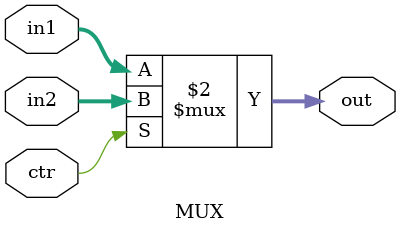
<source format=sv>
module MUX(in1, in2, ctr, out);

input [31 : 0] in1, in2;
input ctr;
output [31 : 0] out;

assign out = (ctr == 1) ? in2 : in1;

endmodule 
</source>
